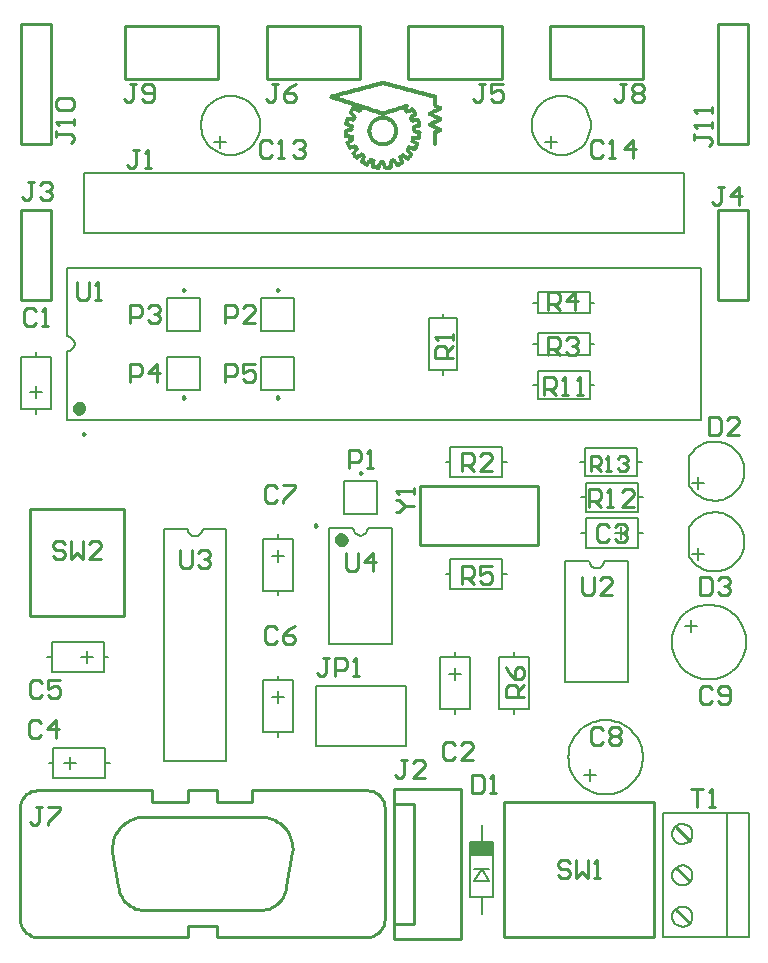
<source format=gto>
G04 CAMtasticDXP RS274-X Output*
G04 Serial Number: 0000-00-00000*
G04 File Name:C:\UA\SALbot\Gerber files\SALbot_test\sal.gto *
%FSLAX33Y33*%
%MOMM*%
%SFA1B1*%

%IPPOS*%
%ADD10C,0.253999*%
%ADD31C,0.200000*%
%ADD32C,0.250000*%
%ADD33C,0.599999*%
%ADD34R,1.929996X1.203998*%
%ADD35R,0.279399X0.025400*%
%ADD36R,0.253999X0.025400*%
%ADD37R,0.533399X0.025400*%
%ADD38R,0.355599X0.025400*%
%ADD39R,0.609599X0.025400*%
%ADD40R,0.558799X0.025400*%
%ADD41R,0.685799X0.025400*%
%ADD42R,0.660399X0.025400*%
%ADD43R,0.711199X0.025400*%
%ADD44R,0.761998X0.025400*%
%ADD45R,0.736599X0.025400*%
%ADD46R,0.787398X0.025400*%
%ADD47R,0.812798X0.025400*%
%ADD48R,0.076200X0.025400*%
%ADD49R,0.177800X0.025400*%
%ADD50R,0.304799X0.025400*%
%ADD51R,0.838198X0.025400*%
%ADD52R,0.152400X0.025400*%
%ADD53R,0.330199X0.025400*%
%ADD54R,0.457199X0.025400*%
%ADD55R,0.228600X0.025400*%
%ADD56R,0.431799X0.025400*%
%ADD57R,0.507999X0.025400*%
%ADD58R,0.584199X0.025400*%
%ADD59R,0.406399X0.025400*%
%ADD60R,0.482599X0.025400*%
%ADD61R,0.634999X0.025400*%
%ADD62R,0.863598X0.025400*%
%ADD63R,0.380999X0.025400*%
%ADD64R,0.888998X0.025400*%
%ADD65R,0.127000X0.025400*%
%ADD66R,1.092198X0.025400*%
%ADD67R,1.117598X0.025400*%
%ADD68R,1.142998X0.025400*%
%ADD69R,1.041398X0.025400*%
%ADD70R,1.066798X0.025400*%
%ADD71R,0.203200X0.025400*%
%ADD72R,0.050800X0.025400*%
%ADD73R,0.914398X0.025400*%
%ADD74R,0.939798X0.025400*%
%ADD75R,1.168398X0.025400*%
%ADD76R,1.244598X0.025400*%
%ADD77R,1.320797X0.025400*%
%ADD78R,1.422397X0.025400*%
%ADD79R,1.473197X0.025400*%
%ADD80R,1.523997X0.025400*%
%ADD81R,1.625597X0.025400*%
%ADD82R,1.574797X0.025400*%
%ADD83R,1.498597X0.025400*%
%ADD84R,1.371597X0.025400*%
%ADD85R,1.269997X0.025400*%
%ADD86R,1.193798X0.025400*%
%ADD87R,0.965198X0.025400*%
%ADD88R,0.101600X0.025400*%
%ADD89R,1.346197X0.025400*%
%ADD90R,1.650997X0.025400*%
%ADD91R,1.828796X0.025400*%
%ADD92R,0.990598X0.025400*%
%ADD93R,1.015998X0.025400*%
%ADD94R,1.879596X0.025400*%
%ADD95R,1.219198X0.025400*%
%ADD96R,2.336795X0.025400*%
%ADD97R,2.158996X0.025400*%
%ADD98R,1.930396X0.025400*%
%ADD99R,1.777996X0.025400*%
G54D10*
X501Y836D02*
X686Y651D01*
X901Y502*
X1138Y391*
X1390Y323*
X1651Y301*
X14351D01*
Y1251*
X16851*
Y301*
X29551*
X29811Y323D01*
X30064Y391*
X30301Y502*
X30515Y651*
X30700Y836*
X30850Y1051*
X30960Y1288*
X31028Y1540*
X31051Y1801*
Y11201D01*
X31028Y11461D01*
X30960Y11714*
X30850Y11951*
X30700Y12165*
X30515Y12350*
X30301Y12500*
X30064Y12610*
X29811Y12678*
X29551Y12701*
X19851D01*
Y11751*
X16851*
Y12701*
X14351*
Y11751*
X11351*
Y12701*
X1651*
X1390Y12678D01*
X1138Y12610*
X901Y12500*
X686Y12350*
X501Y12165*
X352Y11951*
X241Y11714*
X173Y11461*
X151Y11201*
Y1801D01*
X173Y1540D01*
X241Y1288*
X352Y1051*
X501Y836*
X9096Y3251D02*
X9282Y3076D01*
X9486Y2923*
X9706Y2794*
X9938Y2690*
X10182Y2613*
X10432Y2564*
X10686Y2543*
X10941Y2551*
X20261D01*
X20515Y2543D01*
X20769Y2564*
X21020Y2613*
X21263Y2690*
X21495Y2794*
X21715Y2923*
X21919Y3076*
X22105Y3251*
X22270Y3445*
X22412Y3657*
X22529Y3883*
X22620Y4121*
X22684Y4368*
X22721Y4621*
X23231Y7511*
X23241Y7761D01*
X23229Y8011*
X23193Y8259*
X23135Y8502*
X23054Y8739*
X22952Y8968*
X22830Y9186*
X22688Y9392*
X22527Y9584*
X22349Y9761*
X22156Y9920*
X21949Y10061*
X21730Y10182*
X21500Y10282*
X21263Y10360*
X21019Y10417*
X20771Y10451*
X10431D01*
X10182Y10417D01*
X9939Y10360*
X9701Y10282*
X9471Y10182*
X9252Y10061*
X9045Y9920*
X8852Y9761*
X8674Y9584*
X8514Y9392*
X8371Y9186*
X8249Y8968*
X8147Y8739*
X8066Y8502*
X8008Y8259*
X7972Y8011*
X7960Y7761*
X7971Y7511*
X8481Y4621D01*
X8517Y4368*
X8581Y4121*
X8672Y3883*
X8789Y3657*
X8931Y3445*
X9096Y3251*
X2524Y9751D02*
Y10004D01*
X3540Y11020*
Y11274*
X2524*
X2016D02*
X1508D01*
X1762*
Y10004*
X1508Y9751*
X1254*
X1001Y10004*
X1209Y17124D02*
X1717D01*
X1971Y17377*
X955D02*
X1209Y17124D01*
X955Y17377D02*
Y18393D01*
X1209Y18647*
X1717*
X1971Y18393*
X2479Y17885D02*
X3494D01*
X3240Y18647D02*
X2479Y17885D01*
X3240Y18647D02*
Y17124D01*
X3286Y20501D02*
X2778D01*
X2524Y20754*
X2016D02*
X1762Y20501D01*
X1254*
X1001Y20754*
Y21770*
X1254Y22024*
X1762*
X2016Y21770*
X2524Y22024D02*
Y21262D01*
X3032Y21516*
X3286*
X3540Y21262*
Y20754*
X3286Y20501*
X3540Y22024D02*
X2524D01*
X9001Y27501D02*
Y36501D01*
X1001*
Y27501*
X9001*
X13751Y31754D02*
X14004Y31501D01*
X14512*
X14766Y31754*
Y33024*
X15274Y32770D02*
X15528Y33024D01*
X16036*
X16290Y32770*
Y32516*
X16036Y32262*
X15782*
X16036*
X16290Y32008*
Y31754*
X16036Y31501*
X15528*
X15274Y31754*
X13751D02*
Y33024D01*
X7063Y33266D02*
Y33520D01*
X6809Y33774*
X6301*
X6048Y33520*
X5540Y33774D02*
Y32251D01*
X5032Y32758*
X4524Y32251*
Y33774*
X6048Y32251D02*
X7063Y33266D01*
Y32251D02*
X6048D01*
X4016Y32504D02*
X3762Y32251D01*
X3254*
X3001Y32504*
Y33266D02*
X3254Y33012D01*
X3762*
X4016Y32758*
Y32504*
Y33520D02*
X3762Y33774D01*
X3254*
X3001Y33520*
Y33266*
X17501Y47251D02*
Y48774D01*
X18262*
X18516Y48520*
Y48012*
X18262Y47758*
X17501*
X19024Y47504D02*
X19278Y47251D01*
X19786*
X20040Y47504*
Y48012*
X19786Y48266*
X19532*
X19024Y48012*
Y48774*
X20040*
Y52251D02*
X19024D01*
X20040Y53266*
Y53520*
X19786Y53774*
X19278*
X19024Y53520*
X18516D02*
Y53012D01*
X18262Y52758*
X17501*
Y52251D02*
Y53774D01*
X18262*
X18516Y53520*
X12040D02*
Y53266D01*
X11786Y53012*
X11532*
X11786*
X12040Y52758*
Y52504*
X11786Y52251*
X11278*
X11024Y52504*
X11786Y48774D02*
X11024Y48012D01*
X12040*
X11786Y47251D02*
Y48774D01*
X10516Y53012D02*
X10262Y52758D01*
X9501*
Y52251D02*
Y53774D01*
X10262*
X10516Y53520*
Y53012*
X10262Y48774D02*
X10516Y48520D01*
Y48012*
X10262Y47758*
X9501*
Y47251D02*
Y48774D01*
X10262*
X11024Y53520D02*
X11278Y53774D01*
X11786*
X12040Y53520*
X7032Y54251D02*
X6778D01*
Y55774*
X6524Y55520*
X6016Y55774D02*
Y54504D01*
X5762Y54251*
X5254*
X5001Y54504*
Y55774*
X6524Y54251D02*
X7032D01*
X2771Y54191D02*
Y61811D01*
X231*
Y54191*
X2771*
X2278Y53524D02*
X2024Y53270D01*
X1516D02*
X1262Y53524D01*
X754*
X501Y53270*
Y52254*
X754Y52001*
X1262*
X1516Y52254*
X2024Y52001D02*
X2532D01*
X2278*
Y53524*
X2143Y62707D02*
X1889Y62961D01*
X1127D02*
X873Y62707D01*
X619*
X365Y62961*
X873Y64231D02*
X1127D01*
Y62961*
X1381Y64231D02*
X873D01*
X2143Y62707D02*
X2651D01*
X2905Y62961*
Y63215*
X2651Y63469*
X2397*
X2651*
X2905Y63723*
Y63977*
X2651Y64231*
X2143*
X1889Y63977*
X4497Y67501D02*
X4751Y67754D01*
Y68008*
X4497Y68262*
X3227*
Y68008*
Y68516*
X3481Y69024D02*
X3227Y69278D01*
X4751*
Y69532*
Y69024*
X9251Y65654D02*
X9504Y65401D01*
X9758*
X10012Y65654*
Y66924*
X9758*
X10266*
X10774Y65401D02*
X11282D01*
X11028*
Y66924*
X10774Y66670*
X10778Y71001D02*
X11286D01*
X11540Y71254*
Y72270*
X11286Y72524*
X10778*
X10524Y72270*
Y72016*
X10778Y71762*
X11540*
X10778Y71001D02*
X10524Y71254D01*
X9762D02*
X9508Y71001D01*
X9254*
X9001Y71254*
X9762D02*
Y72524D01*
X9508*
X10016*
X9051Y72901D02*
Y77401D01*
X16951*
Y72901*
X9051*
X4497Y71309D02*
X4751Y71055D01*
Y70548*
X4497Y70294*
X3481*
X3227Y70548*
Y71055*
X3481Y71309*
X4497*
X2771Y67421D02*
Y77581D01*
X231*
Y67421*
X2771*
X20501Y67520D02*
Y66504D01*
X20754Y66251*
X21262*
X21516Y66504*
X22024Y66251D02*
X22532D01*
X22278*
Y67774*
X22024Y67520*
X21516D02*
X21262Y67774D01*
X20754*
X20501Y67520*
X23294D02*
X23548Y67774D01*
X24055*
X24309Y67520*
Y67266*
X24055Y67012*
X23801*
X24055*
X24309Y66758*
Y66504*
X24055Y66251*
X23548*
X23294Y66504*
X23540Y71254D02*
Y71508D01*
X23286Y71762*
X22524*
Y71254*
X22778Y71001*
X23286*
X23540Y71254*
X28951Y72901D02*
Y77401D01*
X21051*
Y72901*
X28951*
X33051D02*
Y77401D01*
X40951*
Y72901*
X33051*
X38501Y71254D02*
X38754Y71001D01*
X39008*
X39262Y71254*
Y72524*
X39008*
X39516*
X40024Y71762D02*
X40532Y72016D01*
X40786*
X41040Y71762*
Y71254*
X40786Y71001*
X40278*
X40024Y71254*
Y71762D02*
Y72524D01*
X41040*
X45051Y72901D02*
Y77401D01*
X52951*
Y72901*
X45051*
X48754Y67774D02*
X48501Y67520D01*
Y66504*
X48754Y66251*
X49262*
X49516Y66504*
X50024Y66251D02*
X50532D01*
X50278*
Y67774*
X50024Y67520*
X49516D02*
X49262Y67774D01*
X48754*
X52055D02*
X51294Y67012D01*
X52309*
X52055Y66251D02*
Y67774D01*
X52786Y71001D02*
X52278D01*
X52024Y71254*
Y71508*
X52278Y71762*
X52024Y72016*
Y72270*
X52278Y72524*
X52786*
X53040Y72270*
Y72016*
X52786Y71762*
X53040Y71508*
Y71254*
X52786Y71001*
Y71762D02*
X52278D01*
X51262Y71254D02*
X51008Y71001D01*
X50754*
X50501Y71254*
X51262D02*
Y72524D01*
X51008*
X51516*
X57227Y69028D02*
X57481Y68774D01*
X57227Y69028D02*
X58751D01*
Y69282*
Y68774*
X58497Y68012D02*
X58751Y67758D01*
Y67504*
X58497Y67251*
Y68012D02*
X57227D01*
Y67758*
Y68266*
X59258Y63774D02*
X59512D01*
Y62504*
X59258Y62251*
X59004*
X58751Y62504*
X59231Y61811D02*
X61771D01*
Y54191*
X59231*
Y61811*
X61036Y62251D02*
Y63774D01*
X60274Y63012*
X61290*
X59766Y63774D02*
X59258D01*
X59231Y67421D02*
Y77581D01*
X61771*
Y67421*
X59231*
X58751Y70044D02*
Y70551D01*
Y70298*
X57227*
X57481Y70044*
X45628Y54922D02*
X45882Y54668D01*
Y54160*
X45628Y53907*
X44867*
Y53399D02*
Y54922D01*
X45628*
X45374Y53907D02*
X45882Y53399D01*
X45628Y51099D02*
X45882Y50845D01*
Y50337*
X45628Y50083*
X44867*
X45374D02*
X45882Y49576D01*
X44867D02*
Y51099D01*
X45628*
X45288Y47676D02*
X45542Y47422D01*
Y46914*
X45288Y46660*
X44527*
Y46153D02*
Y47676D01*
X45288*
X45034Y46660D02*
X45542Y46153D01*
X48501Y41000D02*
X49125D01*
X49334Y40792*
Y40375*
X49125Y40167*
X48501*
Y39751D02*
Y41000D01*
X48917Y40167D02*
X49334Y39751D01*
X49750D02*
X50167D01*
X49958*
Y41000*
X49750Y40792*
X50791D02*
X51000Y41000D01*
X51416*
X51625Y40792*
Y40584*
X51416Y40375*
X51208*
X51416*
X51625Y40167*
Y39959*
X51416Y39751*
X51000*
X50791Y39959*
X51376Y38178D02*
X51122Y37924D01*
X51376Y38178D02*
X51883D01*
X52137Y37924*
Y37670*
X51122Y36655*
X52137*
X50360D02*
X50106D01*
Y38178*
X49852Y37924*
X49344D02*
Y37416D01*
X49090Y37162*
X48329*
X48836D02*
X49344Y36655D01*
X49852D02*
X50360D01*
X50524Y35020D02*
X50778Y35274D01*
X51286*
X51540Y35020*
Y34766*
X51286Y34512*
X51032*
X51286*
X51540Y34258*
Y34004*
X51286Y33751*
X50778*
X50524Y34004*
X50016D02*
X49762Y33751D01*
X49254*
X49001Y34004*
Y35020*
X49254Y35274*
X49762*
X50016Y35020*
X50036Y30774D02*
X49528D01*
X49274Y30520*
X50290D02*
X50036Y30774D01*
X50290Y30520D02*
Y30266D01*
X49274Y29251*
X50290*
X48766Y30774D02*
Y29504D01*
X48512Y29251*
X48004*
X47751Y29504*
Y30774*
X48329Y36655D02*
Y38178D01*
X49090*
X49344Y37924*
X57751Y30774D02*
Y29251D01*
X58512*
X58766Y29504*
Y30520*
X58512Y30774*
X57751*
X59274Y30520D02*
X59528Y30774D01*
X60036*
X60290Y30520*
Y30266*
X60036Y30012*
X59782*
X60036*
X60290Y29758*
Y29504*
X60036Y29251*
X59528*
X59274Y29504*
X58766Y21270D02*
X58512Y21524D01*
X58004*
X57751Y21270*
Y20254*
X58004Y20001*
X58512*
X58766Y20254*
X59274D02*
X59528Y20001D01*
X60036*
X60290Y20254*
Y21270*
X60036Y21524*
X59528*
X59274Y21270*
Y21016*
X59528Y20762*
X60290*
X58778Y12774D02*
X58524Y12520D01*
X58778Y12774D02*
Y11251D01*
X59032*
X58524*
X57508D02*
Y12774D01*
X58016*
X57001*
X55711Y9565D02*
X56854Y8422D01*
X55711Y6136D02*
X56854Y4993D01*
X55711Y2580D02*
X56854Y1437D01*
X53851Y286D02*
Y11716D01*
X41151*
Y286*
X53851*
X49305Y5251D02*
X49051D01*
Y6774*
X48798Y6520*
X48290Y6774D02*
Y5251D01*
X47782Y5758*
X47274Y5251*
Y6774*
X46766Y6520D02*
X46512Y6774D01*
X46004*
X45751Y6520*
Y6266*
X46004Y6012*
X46512*
X46766Y5758*
Y5504*
X46512Y5251*
X46004*
X45751Y5504*
X48798Y5251D02*
X49305D01*
X49262Y16501D02*
X49516Y16754D01*
X50024D02*
Y17008D01*
X50278Y17262*
X50024Y17516*
Y17770*
X50278Y18024*
X50786*
X51040Y17770*
Y17516*
X50786Y17262*
X51040Y17008*
Y16754*
X50786Y16501*
X50278*
X50024Y16754*
X50278Y17262D02*
X50786D01*
X49262Y16501D02*
X48754D01*
X48501Y16754*
Y17770*
X48754Y18024*
X49262*
X49516Y17770*
X42847Y21594D02*
X42339Y21086D01*
Y21340D02*
Y20579D01*
X41323D02*
Y21340D01*
X41577Y21594*
X42085*
X42339Y21340*
X42593Y22102D02*
X42847Y22356D01*
Y22864*
X42593Y23118*
X42339*
X42085Y22864*
Y22102*
X42593*
X42085D02*
X41577Y22610D01*
X41323Y23118*
Y20579D02*
X42847D01*
X40217Y13989D02*
X39963Y13736D01*
X40217Y13989D02*
Y12466D01*
X40471*
X39963*
X38540Y15251D02*
X37524D01*
X38540Y16266*
Y16520*
X38286Y16774*
X37778*
X37524Y16520*
X37016D02*
X36762Y16774D01*
X36254*
X36001Y16520*
Y15504*
X36254Y15251*
X36762*
X37016Y15504*
X38440Y13989D02*
Y12466D01*
X39202*
X39456Y12720*
Y13736*
X39202Y13989*
X38440*
X37541Y12851D02*
X31821D01*
Y151*
X37541*
Y12851*
X34477Y14752D02*
Y15006D01*
X34223Y15259*
X33715*
X33461Y15006*
X34477Y14752D02*
X33461Y13736D01*
X34477*
X33501Y11581D02*
X31821D01*
X32191Y13736D02*
X31938Y13990D01*
X32191Y13736D02*
X32445D01*
X32699Y13990*
Y15259*
X32445*
X32953*
X33501Y11581D02*
Y1421D01*
X31821*
X28889Y22395D02*
X28635D01*
Y23918*
X28382Y23664*
X27874D02*
Y23156D01*
X27620Y22902*
X26858*
Y22395D02*
Y23918D01*
X27620*
X27874Y23664*
X28382Y22395D02*
X28889D01*
X26096Y22648D02*
X25842Y22395D01*
X25588*
X25335Y22648*
X26096D02*
Y23918D01*
X25842*
X26350*
X23181Y25056D02*
X23435Y25310D01*
Y25563*
X23181Y25817*
X22419*
Y25310*
X22673Y25056*
X23181*
X21657D02*
X21911Y25310D01*
X21657Y25056D02*
X21150D01*
X20896Y25310*
Y26325*
X21150Y26579*
X21657*
X21911Y26325*
X22927D02*
X22419Y25817D01*
X22927Y26325D02*
X23435Y26579D01*
X27751Y31504D02*
X28004Y31251D01*
X28512*
X28766Y31504*
Y32774*
X27751D02*
Y31504D01*
X29274Y32012D02*
X30290D01*
X30036Y31251D02*
Y32774D01*
X29274Y32012*
X31977Y36251D02*
X32231D01*
X32739Y36758*
X32231Y37266*
X31977*
Y38028D02*
X32231Y37774D01*
X31977Y38028D02*
X33501D01*
Y38282*
Y37774*
X34001Y38501D02*
X44001D01*
Y33501*
X34001*
Y38501*
X33501Y36758D02*
X32739D01*
X30032Y40001D02*
X29778D01*
Y41524*
X29524Y41270*
X29016D02*
Y40762D01*
X28762Y40508*
X28001*
Y41524D02*
X28762D01*
X29016Y41270*
X28001Y41524D02*
Y40001D01*
X29524D02*
X30032D01*
X37579Y31678D02*
X38340D01*
X38594Y31424*
Y30916*
X38340Y30662*
X37579*
X38086D02*
X38594Y30155D01*
X39356D02*
X39102Y30409D01*
X39356Y30155D02*
X39864D01*
X40118Y30409*
Y30916*
X39864Y31170*
X39610*
X39102Y30916*
Y31678*
X40118*
X37579D02*
Y30155D01*
X40148Y39765D02*
X39132D01*
X40148Y40780*
Y41034*
X39894Y41288*
X39386*
X39132Y41034*
X38624D02*
Y40526D01*
X38370Y40272*
X37609*
X38116D02*
X38624Y39765D01*
X37609D02*
Y41288D01*
X38370*
X38624Y41034*
X36848Y49277D02*
X35325D01*
Y50038*
X35579Y50292*
X36087*
X36341Y50038*
Y49277*
Y49784D02*
X36848Y50292D01*
Y50800D02*
Y51308D01*
Y51054*
X35325*
X35579Y50800*
X46050Y46153D02*
X46558D01*
X46304*
Y47676*
X46050Y47422*
X47320D02*
X47574Y47676D01*
Y46153*
X47827*
X47320*
X47152Y49576D02*
X46644D01*
X46390Y49829*
X47406D02*
X47152Y49576D01*
X47406Y49829D02*
Y50083D01*
X47152Y50337*
X46898*
X47152*
X47406Y50591*
Y50845*
X47152Y51099*
X46644*
X46390Y50845*
X47152Y53399D02*
Y54922D01*
X46390Y54160*
X47406*
X58501Y44274D02*
Y42751D01*
X59262*
X59516Y43004*
Y44020*
X59262Y44274*
X58501*
X60024Y42751D02*
X61040Y43766D01*
Y44020*
X60786Y44274*
X60278*
X60024Y44020*
Y42751D02*
X61040D01*
X23540Y72524D02*
X23032Y72270D01*
X22524Y71762*
X21762Y71254D02*
X21508Y71001D01*
X21254*
X21001Y71254*
X21762D02*
Y72524D01*
X21508*
X22016*
X21911Y38325D02*
X21657Y38579D01*
X21150*
X20896Y38325*
Y37310*
X21150Y37056*
X21657*
X21911Y37310*
X22419D02*
Y37056D01*
Y37310D02*
X23435Y38325D01*
Y38579*
X22419*
G54D31*
X3001Y13731D02*
X7401D01*
Y16271*
X3001*
Y13731*
X4429Y14493D02*
Y15509D01*
X4937Y15001D02*
X3921D01*
X3001D02*
X2601D01*
X7401D02*
X7801D01*
X12351Y15151D02*
Y34851D01*
X14366*
X14414Y34608D01*
X14552Y34402*
X14758Y34264*
X15001Y34216*
X15244Y34264*
X15450Y34402*
X15587Y34608*
X15636Y34851*
X17651D01*
Y15151*
X12351*
X7651Y24001D02*
X7251D01*
X6331D02*
X5315D01*
X5823Y23493D02*
Y24509D01*
X7251Y25271D02*
Y22731D01*
X2851*
Y25271*
X7251*
X2851Y24001D02*
X2451D01*
X20731Y17601D02*
Y22001D01*
X23271*
Y17601*
X20731*
X22001D02*
Y17201D01*
X25191Y16461D02*
Y21541D01*
X32811*
Y16461*
X25191*
X22001Y20065D02*
Y21081D01*
Y22001D02*
Y22401D01*
X21493Y20573D02*
X22509D01*
X26351Y25101D02*
Y34901D01*
X28366*
X28414Y34658D01*
X28552Y34452*
X28758Y34314*
X29001Y34266*
X29244Y34314*
X29450Y34452*
X29587Y34658*
X29636Y34901*
X31651D01*
Y25101*
X26351*
X23271Y29601D02*
Y34001D01*
X20731*
Y29601*
X23271*
X22001D02*
Y29201D01*
Y32065D02*
Y33081D01*
X21493Y32573D02*
X22509D01*
X22001Y34001D02*
Y34401D01*
X27601Y36101D02*
X30401D01*
Y38901*
X27601*
Y36101*
X36201Y31001D02*
X36601D01*
Y32251*
X41001*
Y29751*
X36601*
Y31001*
X41001D02*
X41401D01*
X37001Y24401D02*
Y24001D01*
Y23081D02*
Y22065D01*
X36493Y22573D02*
X37509D01*
X38271Y24001D02*
Y19601D01*
X35731*
Y24001*
X38271*
X37001Y19601D02*
Y19201D01*
X40751Y19601D02*
X42001D01*
X43251*
Y24001*
X40751*
Y19601*
X42001D02*
Y19201D01*
Y24001D02*
Y24401D01*
X47568Y17772D02*
X47393Y17589D01*
X47232Y17393*
X47088Y17184*
X46961Y16964*
X46853Y16735*
X46763Y16498*
X46692Y16254*
X46641Y16006*
X46611Y15754*
X46601Y15501*
X46611Y15247*
X46641Y14995*
X46692Y14747*
X46763Y14503*
X46853Y14266*
X46961Y14037*
X47088Y13817*
X47232Y13608*
X47393Y13412*
X47568Y13229*
X47758Y13061*
X47961Y12908*
X48176Y12773*
X48400Y12655*
X48634Y12555*
X48874Y12475*
X49120Y12414*
X49371Y12374*
X49624Y12353*
X49877*
X50130Y12374*
X50381Y12414*
X50627Y12475*
X50868Y12555*
X51101Y12655*
X51326Y12773*
X51540Y12908*
X51743Y13061*
X51933Y13229*
X52108Y13412*
X52269Y13608*
X52413Y13817*
X52540Y14037*
X52648Y14266*
X52738Y14503*
X52809Y14747*
X52860Y14995*
X52890Y15247*
X52901Y15501*
X52890Y15754*
X52860Y16006*
X52809Y16254*
X52738Y16498*
X52648Y16735*
X52540Y16964*
X52413Y17184*
X52269Y17393*
X52108Y17589*
X51933Y17772*
X51743Y17941*
X51540Y18093*
X51326Y18229*
X51101Y18346*
X50868Y18446*
X50627Y18526*
X50381Y18587*
X50130Y18628*
X49877Y18648*
X49624*
X49371Y18628*
X49120Y18587*
X48874Y18526*
X48634Y18446*
X48400Y18346*
X48176Y18229*
X47961Y18093*
X47758Y17941*
X47568Y17772*
X48404Y14485D02*
Y13469D01*
X47896Y13977D02*
X48912D01*
X55627Y6079D02*
X55485Y5869D01*
X55410Y5627*
Y5374*
X55485Y5132*
X55627Y4922*
X55826Y4764*
X56061Y4672*
X56314Y4653*
X56561Y4709*
X56781Y4836*
X56953Y5022*
X57063Y5250*
X57101Y5501*
X57063Y5751*
X56953Y5979*
X56781Y6165*
X56561Y6292*
X56314Y6348*
X56061Y6329*
X55826Y6237*
X55627Y6079*
Y2579D02*
X55485Y2369D01*
X55410Y2127*
Y1874*
X55485Y1632*
X55627Y1422*
X55826Y1264*
X56061Y1172*
X56314Y1153*
X56561Y1209*
X56781Y1336*
X56953Y1522*
X57063Y1750*
X57101Y2001*
X57063Y2251*
X56953Y2479*
X56781Y2665*
X56561Y2792*
X56314Y2848*
X56061Y2829*
X55826Y2737*
X55627Y2579*
X54651Y251D02*
X61851D01*
Y10751*
X54651*
Y251*
X60001D02*
Y10751D01*
X56781Y9665D02*
X56561Y9792D01*
X56314Y9848*
X56061Y9829*
X55826Y9737*
X55627Y9579*
X55485Y9369*
X55410Y9127*
Y8874*
X55485Y8632*
X55627Y8422*
X55826Y8264*
X56061Y8172*
X56314Y8153*
X56561Y8209*
X56781Y8336*
X56953Y8522*
X57063Y8750*
X57101Y9001*
X57063Y9251*
X56953Y9479*
X56781Y9665*
X59131Y22164D02*
X59377Y22225D01*
X59618Y22305*
X59851Y22405*
X60076Y22523*
X60290Y22658*
X60493Y22811*
X60683Y22979*
X60858Y23162*
X61019Y23358*
X61163Y23567*
X61290Y23787*
X61398Y24016*
X61488Y24253*
X61559Y24497*
X61610Y24745*
X61640Y24997*
X61651Y25251*
X61640Y25504*
X61610Y25756*
X61559Y26004*
X61488Y26248*
X61398Y26485*
X61290Y26714*
X61163Y26934*
X61019Y27143*
X60858Y27339*
X60683Y27522*
X60493Y27691*
X60290Y27843*
X60076Y27979*
X59851Y28096*
X59618Y28196*
X59377Y28276*
X59131Y28337*
X58880Y28378*
X58627Y28398*
X58374*
X58121Y28378*
X57870Y28337*
X57624Y28276*
X57384Y28196*
X57150Y28096*
X56926Y27979*
X56711Y27843*
X56508Y27691*
X56318Y27522*
X56143Y27339*
X55982Y27143*
X55838Y26934*
X55711Y26714*
X55603Y26485*
X55513Y26248*
X55442Y26004*
X55391Y25756*
X55361Y25504*
X55351Y25251*
X55361Y24997*
X55391Y24745*
X55442Y24497*
X55513Y24253*
X55603Y24016*
X55711Y23787*
X55838Y23567*
X55982Y23358*
X56143Y23162*
X56318Y22979*
X56508Y22811*
X56711Y22658*
X56926Y22523*
X57150Y22405*
X57384Y22305*
X57624Y22225*
X57870Y22164*
X58121Y22124*
X58374Y22103*
X58627*
X58880Y22124*
X59131Y22164*
X56977Y26090D02*
Y27106D01*
X56469Y26598D02*
X57485D01*
X59151Y31235D02*
X59402Y31263D01*
X59648Y31316*
X59887Y31393*
X60118Y31494*
X60337Y31618*
X60542Y31763*
X60732Y31928*
X60905Y32111*
X61058Y32310*
X61190Y32524*
X61300Y32751*
X61387Y32987*
X61450Y33230*
X61488Y33479*
X61501Y33731*
X61488Y33982*
X61450Y34231*
X61387Y34474*
X61300Y34710*
X61190Y34937*
X61058Y35151*
X60905Y35350*
X60732Y35534*
X60542Y35699*
X60337Y35844*
X60118Y35967*
X59887Y36068*
X59648Y36145*
X59402Y36198*
X59152Y36226*
X58900Y36229*
X58649Y36206*
X58402Y36158*
X58161Y36085*
X57929Y35989*
X57707Y35870*
X57499Y35729*
X57305Y35568*
X57129Y35388*
X56972Y35192*
X56835Y34981*
X56842Y35001D02*
Y32461D01*
X56835Y32481D02*
X56972Y32269D01*
X57129Y32073*
X57305Y31893*
X57499Y31732*
X57707Y31591*
X57929Y31472*
X58161Y31376*
X58402Y31303*
X58649Y31255*
X58900Y31233*
X59151Y31235*
X57604Y32207D02*
Y33223D01*
X57096Y32715D02*
X58112D01*
X52901Y34501D02*
X52501D01*
Y35771D02*
Y33231D01*
X48101*
Y35771*
X52501*
Y36301D02*
Y38701D01*
X48101*
Y37501*
Y36301*
X52501*
X57305Y37893D02*
X57499Y37732D01*
X57707Y37591*
X57929Y37472*
X58161Y37376*
X58402Y37303*
X58649Y37255*
X58900Y37233*
X59151Y37235*
X59402Y37263*
X59648Y37316*
X59887Y37393*
X60118Y37494*
X60337Y37618*
X60542Y37763*
X60732Y37928*
X60905Y38111*
X61058Y38310*
X61190Y38524*
X61300Y38751*
X61387Y38987*
X61450Y39230*
X61488Y39479*
X61501Y39731*
X61488Y39982*
X61450Y40231*
X61387Y40474*
X61300Y40710*
X61190Y40937*
X61058Y41151*
X60905Y41350*
X60732Y41534*
X60542Y41698*
X60337Y41844*
X60118Y41967*
X59887Y42068*
X59648Y42145*
X59402Y42198*
X59152Y42226*
X58900Y42229*
X58649Y42206*
X58402Y42158*
X58161Y42085*
X57929Y41989*
X57707Y41870*
X57499Y41729*
X57305Y41568*
X57129Y41388*
X56972Y41192*
X56835Y40981*
X56842Y41001D02*
Y38461D01*
X56835Y38481D02*
X56972Y38269D01*
X57129Y38073*
X57305Y37893*
X57604Y38207D02*
Y39223D01*
X57096Y38715D02*
X58112D01*
X52801Y40501D02*
X52401D01*
Y41701*
X48001*
Y39301*
X52401*
Y40501*
X52501Y37501D02*
X52901D01*
X51073Y35009D02*
Y33993D01*
X50565Y34501D02*
X51581D01*
X51651Y32151D02*
X49636D01*
X49587Y31908D01*
X49450Y31702*
X49244Y31564*
X49001Y31516*
X48758Y31564*
X48552Y31702*
X48414Y31908*
X48366Y32151*
X46351D01*
Y21851*
X51651*
Y32151*
X48101Y34501D02*
X47701D01*
Y37501D02*
X48101D01*
X48001Y40501D02*
X47601D01*
X48401Y45801D02*
Y48201D01*
X44001*
Y47001*
X43601*
X44001D02*
Y45801D01*
X48401*
Y47001D02*
X48801D01*
X48401Y49576D02*
Y51426D01*
X44001*
Y50501*
Y49576*
X48401*
Y50501D02*
X48801D01*
X48401Y53076D02*
Y54926D01*
X44001*
Y54001*
Y53076*
X48401*
Y54001D02*
X48801D01*
X44001D02*
X43601D01*
Y50501D02*
X44001D01*
X37201Y52651D02*
Y48251D01*
X36001*
Y47851*
Y48251D02*
X34801D01*
Y52651*
X37201*
X36001D02*
Y53051D01*
X36201Y40501D02*
X36601D01*
Y41751*
X41001*
Y39251*
X36601*
Y40501*
X41001D02*
X41401D01*
X57851Y44051D02*
Y56951D01*
X4151*
Y51136*
X4394Y51087D01*
X4600Y50950*
X4737Y50744*
X4786Y50501*
X4737Y50258*
X4600Y50052*
X4394Y49914*
X4151Y49866*
Y44051D01*
X57851*
X56401Y59861D02*
Y64941D01*
X5601*
Y59861*
X56401*
X48488Y69253D02*
X48449Y69504D01*
X48386Y69749*
X48298Y69986*
X48186Y70214*
X48052Y70429*
X47897Y70629*
X47723Y70813*
X47531Y70977*
X47323Y71122*
X47102Y71245*
X46869Y71345*
X46627Y71421*
X46379Y71472*
X46127Y71497*
X45874*
X45622Y71472*
X45374Y71421*
X45132Y71345*
X44900Y71245*
X44678Y71122*
X44470Y70977*
X44278Y70813*
X44104Y70629*
X43949Y70429*
X43815Y70214*
X43703Y69986*
X43615Y69749*
X43552Y69504*
X43513Y69253*
X43501Y69001*
X43513Y68748*
X43552Y68497*
X43615Y68252*
X43703Y68015*
X43815Y67787*
X43949Y67572*
X44104Y67372*
X44278Y67189*
X44470Y67024*
X44678Y66879*
X44900Y66756*
X45132Y66656*
X45374Y66580*
X45622Y66529*
X45874Y66504*
X46127*
X46379Y66529*
X46627Y66580*
X46869Y66656*
X47102Y66756*
X47323Y66879*
X47531Y67024*
X47723Y67189*
X47897Y67372*
X48052Y67572*
X48186Y67787*
X48298Y68015*
X48386Y68252*
X48449Y68497*
X48488Y68748*
X48501Y69001*
X48488Y69253*
X45120Y68112D02*
Y67096D01*
X44612Y67604D02*
X45628D01*
X20488Y69253D02*
X20449Y69504D01*
X20386Y69749*
X20298Y69986*
X20186Y70214*
X20052Y70429*
X19897Y70629*
X19723Y70813*
X19531Y70977*
X19323Y71122*
X19102Y71245*
X18869Y71345*
X18627Y71421*
X18379Y71472*
X18127Y71497*
X17874*
X17622Y71472*
X17374Y71421*
X17132Y71345*
X16900Y71245*
X16678Y71122*
X16470Y70977*
X16278Y70813*
X16104Y70629*
X15949Y70429*
X15815Y70214*
X15703Y69986*
X15615Y69749*
X15552Y69504*
X15513Y69253*
X15501Y69001*
X15513Y68748*
X15552Y68497*
X15615Y68252*
X15703Y68015*
X15815Y67787*
X15949Y67572*
X16104Y67372*
X16278Y67189*
X16470Y67024*
X16678Y66879*
X16900Y66756*
X17132Y66656*
X17374Y66580*
X17622Y66529*
X17874Y66504*
X18127*
X18379Y66529*
X18627Y66580*
X18869Y66656*
X19102Y66756*
X19323Y66879*
X19531Y67024*
X19723Y67189*
X19897Y67372*
X20052Y67572*
X20186Y67787*
X20298Y68015*
X20386Y68252*
X20449Y68497*
X20488Y68748*
X20501Y69001*
X20488Y69253*
X17120Y68112D02*
Y67096D01*
X17628Y67604D02*
X16612D01*
X12601Y54401D02*
X15401D01*
Y51601*
X12601*
Y54401D01*
Y49401D02*
X15401D01*
Y46601*
X12601*
Y49401D01*
X20601Y46601D02*
Y49401D01*
X23401*
Y46601*
X20601*
Y51601D02*
Y54401D01*
X23401*
Y51601*
X20601*
X2771Y49401D02*
X231D01*
Y45001*
X2771*
Y49401*
X1501D02*
Y49801D01*
Y46937D02*
Y45921D01*
Y45001D02*
Y44601D01*
X993Y46429D02*
X2009D01*
X39251Y9801D02*
Y8301D01*
X38286D02*
X40216D01*
Y3701*
X38286*
Y8301*
X38616Y6081D02*
X39886D01*
Y5065D02*
X38616D01*
X39251Y6081*
X39886Y5065*
X39251Y3701D02*
Y2201D01*
G54D32*
X5508Y42772D02*
X5696Y42881D01*
X5508Y42989*
Y42772*
X13938Y45842D02*
X14126Y45951D01*
X13938Y46059*
Y45842*
X21938D02*
X22126Y45951D01*
X21938Y46059*
Y45842*
X28938Y39659D02*
Y39442D01*
X29126Y39551*
X28938Y39659*
X25316Y35111D02*
X25128Y35219D01*
Y35002*
X25316Y35111*
X22126Y55051D02*
X21938Y55159D01*
Y54942*
X22126Y55051*
X14126D02*
X13938Y55159D01*
Y54942*
X14126Y55051*
G54D33*
X4880Y44920D02*
X5084Y44758D01*
X5338Y44816*
X5451Y45051*
X5338Y45285*
X5084Y45343*
X4880Y45181*
Y44920*
X27080Y33770D02*
X27284Y33608D01*
X27538Y33666*
X27651Y33901*
X27538Y34135*
X27284Y34193*
X27080Y34031*
Y33770*
G54D34*
X39251Y7705D03*
G54D35*
X30073Y65592D03*
Y65618D03*
Y65643D03*
Y65668D03*
Y65694D03*
Y65719D03*
Y65745D03*
Y65770D03*
Y65795D03*
Y65821D03*
X30785Y65973D03*
X31216Y65237D03*
X33985Y68081D03*
Y68107D03*
Y68132D03*
Y68158D03*
Y68183D03*
Y68208D03*
Y68234D03*
X33934Y69148D03*
X35331Y68259D03*
Y68234D03*
Y68208D03*
Y68183D03*
Y68158D03*
Y68132D03*
Y68107D03*
Y68081D03*
Y68056D03*
Y68031D03*
Y68005D03*
Y67980D03*
Y67954D03*
Y67929D03*
Y67904D03*
Y67878D03*
Y67853D03*
Y67827D03*
Y67802D03*
Y67777D03*
Y67751D03*
Y67726D03*
Y67700D03*
Y67675D03*
Y67650D03*
Y67624D03*
Y67599D03*
Y67573D03*
Y67548D03*
Y67523D03*
Y67497D03*
Y67472D03*
Y67446D03*
Y67421D03*
Y67396D03*
Y67370D03*
Y67345D03*
Y67319D03*
Y70723D03*
Y70748D03*
Y70774D03*
Y70799D03*
Y70825D03*
Y70850D03*
Y70875D03*
Y70901D03*
Y70926D03*
Y70952D03*
Y70977D03*
Y71002D03*
Y71028D03*
Y71053D03*
Y71079D03*
Y71104D03*
Y71129D03*
Y71155D03*
Y71180D03*
Y71206D03*
Y71231D03*
Y71256D03*
X33375Y70418D03*
X32969Y70037D03*
X31978Y68716D03*
X32004Y68589D03*
X32563Y66507D03*
X31775Y66100D03*
X28854Y70113D03*
X29794Y68767D03*
X29769Y68640D03*
Y68335D03*
Y68310D03*
Y68285D03*
X27737D03*
Y68259D03*
Y68234D03*
Y68208D03*
Y68183D03*
Y68310D03*
Y68335D03*
Y68361D03*
X29108Y66557D03*
X29515Y65567D03*
G54D36*
X30467Y65237D03*
X32144Y65491D03*
X32982Y66049D03*
X28435Y70520D03*
X28511Y67294D03*
X28689Y66151D03*
G54D37*
X31293Y65262D03*
X31724Y65999D03*
X33883Y68310D03*
X33858Y68970D03*
X33629Y68767D03*
X35026Y69072D03*
X35611Y68615D03*
Y68539D03*
Y69428D03*
Y69529D03*
Y70342D03*
X35458Y70571D03*
X35001Y69986D03*
Y69910D03*
X31521Y69377D03*
X30226D03*
X30251Y67573D03*
X31496D03*
X32944Y66176D03*
X28499Y70418D03*
X27889Y69072D03*
X28016Y67548D03*
X28041Y67573D03*
X28727Y66253D03*
X29083Y66481D03*
G54D38*
X30112Y65567D03*
X30442Y65262D03*
X31534Y65541D03*
X32169D03*
X31966Y65795D03*
X32474Y65846D03*
X33261Y66456D03*
Y66507D03*
X33236Y66532D03*
Y66557D03*
X33160Y66659D03*
X33134Y66684D03*
X33769Y67345D03*
X33439Y67675D03*
X33541Y68691D03*
X33312Y69605D03*
X33617Y69936D03*
Y69961D03*
Y69986D03*
Y70012D03*
X33591Y70037D03*
Y70063D03*
X33566Y70088D03*
X33541Y70113D03*
X35293Y71282D03*
X32982Y70063D03*
X31788Y69148D03*
X31763Y69174D03*
X31813Y69097D03*
X31839Y69072D03*
X31864Y69021D03*
X31890Y67980D03*
X31839Y67904D03*
X31813Y67853D03*
X31788Y67827D03*
X30010Y67777D03*
X29985Y67802D03*
X29959Y67827D03*
X29934Y67878D03*
X29908Y67929D03*
Y69047D03*
X29934Y69097D03*
X29959Y69123D03*
X29985Y69174D03*
X32575Y66481D03*
X33109Y66735D03*
X33083Y66761D03*
X33058Y66786D03*
X33033Y66811D03*
X33007Y66862D03*
Y66888D03*
X28486Y69682D03*
X28181Y70037D03*
Y70063D03*
X28207Y70113D03*
X28232Y70164D03*
X28257Y70190D03*
X28283Y70215D03*
X28842Y70139D03*
X28232Y68793D03*
Y68742D03*
X27826Y69148D03*
X27927Y67446D03*
X28664Y66913D03*
X28410Y66608D03*
Y66557D03*
X28435Y66507D03*
X29858Y68005D03*
G54D39*
X29934Y65973D03*
Y65999D03*
X31280Y65287D03*
X33820Y68056D03*
X33845Y68335D03*
X33668Y68793D03*
X33820Y68945D03*
X35090Y68920D03*
Y69123D03*
X35547Y68666D03*
Y68462D03*
X35522Y68437D03*
X35496Y68412D03*
X35573Y68488D03*
X35547Y69377D03*
Y69580D03*
X35522Y69605D03*
X35192Y69783D03*
X35090Y69834D03*
X35039Y70012D03*
X35547Y70291D03*
Y70494D03*
X35522Y70520D03*
X35166Y71358D03*
X31407Y69428D03*
Y67523D03*
X32931Y66202D03*
X29070Y66456D03*
X28740Y66278D03*
X27953Y69021D03*
X29451Y65694D03*
G54D40*
X30366Y65287D03*
X30823Y65872D03*
X33490Y66913D03*
X35471Y68386D03*
X35598Y68513D03*
X35014Y68970D03*
X35598Y70444D03*
X35192Y71333D03*
X32779Y70621D03*
X33033Y70113D03*
X31483Y69402D03*
X30899Y69885D03*
X31458Y67548D03*
X30289D03*
X29934Y66024D03*
X28130Y67624D03*
X28156Y67650D03*
X28080Y67599D03*
X28105Y68666D03*
Y68894D03*
X29451Y65668D03*
G54D41*
X30810Y65694D03*
X31293Y65313D03*
X31750Y65872D03*
X32232Y65668D03*
X33629Y67777D03*
X33807Y68361D03*
X33756Y68437D03*
Y68894D03*
X35179Y69174D03*
X35230Y69199D03*
X35280Y69224D03*
X32715Y70596D03*
X27940Y68488D03*
X28092Y67904D03*
X29057Y66430D03*
X29438Y65719D03*
X29896Y65922D03*
G54D42*
X30340Y65313D03*
X31737Y65897D03*
X32220Y65643D03*
X33693Y68513D03*
Y68818D03*
X33795Y68920D03*
X35268Y68818D03*
X35319Y68793D03*
X35471Y68716D03*
Y69326D03*
X35369Y69275D03*
X35319Y69250D03*
Y70164D03*
X35268Y70139D03*
X35217Y70113D03*
X35166Y70088D03*
X35115Y70063D03*
X35369Y70190D03*
X35420Y70215D03*
X35471Y70240D03*
X35496Y70266D03*
X32931Y66227D03*
X32575Y66380D03*
X30874Y67243D03*
X26733Y71358D03*
X27927Y68132D03*
G54D43*
X30315Y65338D03*
X31305D03*
X31763Y65846D03*
X33795Y68386D03*
X33769Y68412D03*
X33744Y68462D03*
X33718Y68488D03*
Y68843D03*
X33744Y68869D03*
X30874Y69707D03*
X32575Y66354D03*
X28029Y68615D03*
X29883Y65897D03*
G54D44*
X30315Y65389D03*
X31305Y65364D03*
X33668Y67827D03*
X33744Y68031D03*
X30874Y69910D03*
X26784Y71333D03*
X28003Y68564D03*
X29426Y65745D03*
G54D45*
X30302Y65364D03*
X32232Y65694D03*
X33655Y67802D03*
X33528Y69529D03*
X35103Y71383D03*
X32690Y70571D03*
X26771Y71383D03*
X28016Y68589D03*
X27991Y68539D03*
X27965Y68513D03*
Y68107D03*
X28067Y67929D03*
X29870Y65872D03*
G54D46*
X30302Y65414D03*
Y65440D03*
X31318Y65389D03*
X32232Y65719D03*
X33680Y67853D03*
X33731Y68005D03*
X33680Y69250D03*
X33655Y69275D03*
X33553Y69504D03*
X26797Y71409D03*
X27991Y68081D03*
X28041Y67954D03*
G54D47*
X30315Y65465D03*
Y65491D03*
X31305D03*
Y65465D03*
Y65440D03*
Y65414D03*
X33693Y67878D03*
Y67904D03*
X33718Y67954D03*
Y67980D03*
X33642Y69301D03*
Y69326D03*
X33617Y69377D03*
X33591Y69453D03*
X33566Y69478D03*
X32652Y70545D03*
X30874Y67269D03*
X28105Y69377D03*
X28130Y69402D03*
X28003Y68056D03*
Y68031D03*
X28029Y67980D03*
X29426Y65770D03*
G54D48*
X32131Y65440D03*
X33121Y67243D03*
X32944Y69986D03*
X32918Y70748D03*
X28880Y70063D03*
X28549Y67319D03*
G54D49*
X32131Y65465D03*
X35331Y67269D03*
X32563Y66532D03*
X28422Y70545D03*
X28118Y66938D03*
X28676Y66126D03*
G54D50*
X30086Y65846D03*
X30620Y65668D03*
Y65643D03*
X30594Y65618D03*
Y65592D03*
Y65567D03*
X31026D03*
Y65541D03*
X31001Y65618D03*
Y65643D03*
Y65668D03*
X31559D03*
Y65643D03*
Y65618D03*
Y65592D03*
Y65567D03*
Y65694D03*
Y65719D03*
Y65745D03*
Y65770D03*
Y65795D03*
X32144Y65516D03*
X32499Y65872D03*
X32474Y65922D03*
Y65973D03*
X32448Y65999D03*
X33414Y67726D03*
Y67751D03*
X33515Y68615D03*
Y68640D03*
Y68666D03*
X33947Y69047D03*
Y69072D03*
Y69097D03*
Y69123D03*
X33922Y69174D03*
Y69199D03*
Y69224D03*
X35344Y68285D03*
Y70698D03*
X30899Y72679D03*
X30874Y69834D03*
X32804Y70317D03*
Y70342D03*
X32880Y70698D03*
X31915Y68920D03*
X31940Y68869D03*
Y68843D03*
X31966Y68818D03*
Y68793D03*
Y68767D03*
Y68742D03*
X31991Y68666D03*
Y68640D03*
Y68615D03*
X32017Y68539D03*
Y68513D03*
Y68488D03*
Y68462D03*
X31991Y68412D03*
Y68386D03*
Y68361D03*
Y68335D03*
Y68310D03*
Y68285D03*
Y68259D03*
X31966Y68208D03*
Y68158D03*
X31940Y68132D03*
Y68107D03*
X32398Y66176D03*
X32423Y66100D03*
X32448Y66024D03*
X32982Y66075D03*
X29908Y66126D03*
X27826Y69250D03*
Y69275D03*
Y69301D03*
X27851Y69326D03*
Y69351D03*
X27826Y69224D03*
X27800Y69199D03*
Y69174D03*
X28257Y68767D03*
X28308Y67827D03*
X27953Y67370D03*
Y67345D03*
X29299Y66278D03*
X29273Y66227D03*
X29248Y66176D03*
X29223Y66100D03*
Y66075D03*
X29197Y66049D03*
Y66024D03*
X29832Y68081D03*
X29807Y68107D03*
Y68132D03*
Y68158D03*
Y68183D03*
X29781Y68208D03*
Y68234D03*
Y68259D03*
X29756Y68361D03*
Y68386D03*
Y68412D03*
Y68437D03*
Y68462D03*
Y68488D03*
Y68513D03*
Y68539D03*
Y68564D03*
Y68589D03*
Y68615D03*
X29781Y68666D03*
Y68691D03*
Y68716D03*
Y68742D03*
X29807Y68793D03*
Y68818D03*
Y68843D03*
X29832Y68894D03*
G54D51*
X30327Y65516D03*
X31293D03*
X32232Y65745D03*
X33706Y67929D03*
X33629Y69351D03*
X33604Y69402D03*
Y69428D03*
X30886Y72603D03*
Y69682D03*
X28143Y69428D03*
X28016Y68005D03*
X29438Y65795D03*
G54D52*
X29527Y65516D03*
X31788Y66126D03*
X32982Y66024D03*
X33388Y70444D03*
X29121Y66608D03*
G54D53*
X30581Y65541D03*
X31013Y65592D03*
X31572Y65821D03*
X32486Y65897D03*
X32461Y65948D03*
X33274Y66481D03*
X33553Y66862D03*
X33706Y67142D03*
Y67167D03*
X33731Y67192D03*
Y67218D03*
X33756Y67243D03*
Y67269D03*
X33782Y67294D03*
Y67319D03*
X33172Y67192D03*
X33426Y67700D03*
X33960Y68259D03*
X33299Y69555D03*
Y69580D03*
X33375Y70393D03*
X35357Y70672D03*
X31801Y69123D03*
X31851Y69047D03*
X31877Y68996D03*
X31902Y68970D03*
Y68945D03*
X31928Y68894D03*
X31978Y68691D03*
X32004Y68564D03*
Y68437D03*
X31978Y68234D03*
X31953Y68183D03*
X31928Y68081D03*
Y68056D03*
X31902Y68031D03*
Y68005D03*
X31877Y67954D03*
X31851Y67929D03*
X31826Y67878D03*
X31775Y67802D03*
X29946Y67853D03*
X29921Y67904D03*
Y69072D03*
X32994Y66913D03*
X32385Y66227D03*
Y66202D03*
X32410Y66151D03*
Y66126D03*
X32436Y66075D03*
Y66049D03*
X28499Y69631D03*
Y69656D03*
X28194Y70088D03*
X28219Y70139D03*
X28448Y70494D03*
X27762Y68386D03*
X27914Y67421D03*
X27940Y67396D03*
X27965Y67319D03*
X27991Y67294D03*
Y67269D03*
Y67243D03*
X28143Y66964D03*
X28676D03*
Y66938D03*
Y66989D03*
X28397Y66583D03*
X28422Y66532D03*
X28702Y66176D03*
X29235Y66151D03*
Y66126D03*
X29261Y66202D03*
X29286Y66253D03*
X29896Y67954D03*
X29870Y67980D03*
X29845Y68031D03*
Y68056D03*
X29819Y68869D03*
X29845Y68920D03*
Y68945D03*
X29870Y68970D03*
Y68996D03*
X29896Y69021D03*
X28295Y67802D03*
X29184Y65999D03*
Y65973D03*
X29159Y65948D03*
Y65922D03*
X29489Y65592D03*
G54D54*
X30137Y65541D03*
X30823Y65922D03*
X32423Y65795D03*
X33718Y67421D03*
X33896Y68996D03*
X34963Y69021D03*
X35420Y68335D03*
X34963Y69936D03*
X35649Y70393D03*
X33007Y70088D03*
X31636Y69301D03*
X31610Y69326D03*
X30874Y69732D03*
X30162Y69326D03*
Y67624D03*
X30137Y67650D03*
X30899Y67218D03*
X31712Y66049D03*
X32956Y66151D03*
X29934Y66075D03*
X28257Y69351D03*
X28486Y70444D03*
X28232Y67726D03*
X29096Y66507D03*
G54D55*
X29515Y65541D03*
X29896Y66151D03*
X28346Y69326D03*
X33579Y66837D03*
X35331Y67294D03*
G54D56*
X32182Y65567D03*
X33198Y67167D03*
X33528Y66888D03*
X33731Y67396D03*
X33477Y67624D03*
X33401Y69707D03*
X33426Y69732D03*
X33452Y69758D03*
X33502Y69809D03*
X33528Y69834D03*
X33553Y69859D03*
X35661Y69478D03*
X35407Y70621D03*
X35255Y71307D03*
X30886Y72653D03*
Y69859D03*
X30124Y69301D03*
X30099Y69275D03*
X31648D03*
X32842Y70672D03*
X31674Y67700D03*
X31648Y67675D03*
X31623Y67650D03*
X30099Y67675D03*
X28829Y70164D03*
X27813Y68412D03*
X27965Y67497D03*
X29210Y65872D03*
G54D57*
X30823Y65897D03*
X32194Y65592D03*
X33236Y67142D03*
X33591Y67523D03*
X33566Y67548D03*
X35446Y68361D03*
X34988Y68996D03*
Y69047D03*
Y69961D03*
X33312Y70342D03*
X30188Y69351D03*
X29934Y66049D03*
X31712Y66024D03*
X32575Y66430D03*
X28816Y70190D03*
X28156Y68869D03*
X27851Y68437D03*
X28181Y67675D03*
X28207Y67700D03*
G54D58*
X30810Y65795D03*
Y65821D03*
Y65846D03*
X31724Y65948D03*
Y65973D03*
X32207Y65618D03*
X33655Y68539D03*
X35052Y68945D03*
Y69097D03*
X35585Y68640D03*
Y69402D03*
Y69555D03*
Y70317D03*
X35560Y70469D03*
X35509Y70545D03*
X35052Y69859D03*
X35026Y69885D03*
X33299Y70317D03*
X30277Y69402D03*
X32563Y66405D03*
X28803Y70215D03*
X28524Y70393D03*
X27914Y69047D03*
X28168Y67878D03*
G54D59*
X30823Y65948D03*
X32448Y65821D03*
X33185Y66354D03*
X33210Y66380D03*
X33744Y67370D03*
X33464Y67650D03*
X33566Y68716D03*
X33896Y69021D03*
X33363Y69656D03*
X33388Y69682D03*
X33464Y69783D03*
X33591Y69885D03*
X33337Y70367D03*
X31686Y69250D03*
X30061D03*
X30086Y67700D03*
X31712Y67726D03*
X31737Y69199D03*
Y66075D03*
X32575Y66456D03*
X32956Y66126D03*
X29934Y66100D03*
X28461Y69732D03*
X28435Y69758D03*
X28410Y69783D03*
X28384Y69809D03*
X28359Y69834D03*
X28334Y69859D03*
X28308Y69885D03*
X28283Y69910D03*
X28257Y69936D03*
X28232Y69961D03*
X28207Y69986D03*
X28029Y69631D03*
X27826Y69123D03*
X28207Y68818D03*
Y68716D03*
X28257Y67853D03*
Y67751D03*
X27953Y67472D03*
X28461Y67269D03*
X28537Y66761D03*
X28562Y66786D03*
X28588Y66811D03*
X28715Y66202D03*
X29477Y65618D03*
G54D60*
X29235Y65846D03*
X29464Y65643D03*
X30200Y67599D03*
X31547D03*
X31597Y67624D03*
X33502Y67599D03*
X33528Y67573D03*
X33629Y67497D03*
X33655Y67472D03*
X33680Y67446D03*
X33604Y68564D03*
Y68742D03*
X35636Y68589D03*
Y68564D03*
Y69453D03*
Y69504D03*
Y70367D03*
Y70418D03*
X35433Y70596D03*
X32817Y70647D03*
X31572Y69351D03*
X28168Y68843D03*
X28143Y68691D03*
X27864Y69097D03*
X27838Y68158D03*
X27991Y67523D03*
X28194Y66989D03*
X28448Y67243D03*
X28727Y66227D03*
G54D61*
X29921Y65948D03*
X30810Y65770D03*
Y65745D03*
Y65719D03*
X31724Y65922D03*
X35128Y68894D03*
X35179Y68869D03*
X35230Y68843D03*
X35357Y68767D03*
X35407Y68742D03*
X35509Y68691D03*
X35128Y69148D03*
X35407Y69301D03*
X35509Y69351D03*
X35484Y69631D03*
X35433Y69656D03*
X35382Y69682D03*
X35331Y69707D03*
X35280Y69732D03*
X35230Y69758D03*
X35128Y69809D03*
X35077Y70037D03*
X30886Y72628D03*
X30353Y69428D03*
Y67523D03*
X27914Y68462D03*
X28067Y68640D03*
Y68920D03*
X28041Y68945D03*
X28016Y68970D03*
X27991Y68996D03*
G54D62*
X32220Y65770D03*
X28308Y67167D03*
Y67192D03*
X28283Y67218D03*
X28156Y69453D03*
Y69478D03*
X28181Y69504D03*
Y69529D03*
X28207Y69580D03*
X28232Y69605D03*
X26835Y71307D03*
X35039Y71409D03*
G54D63*
X31953Y65821D03*
X33223Y66405D03*
X33248Y66430D03*
X33223Y66583D03*
X33198Y66608D03*
X33172Y66634D03*
X33553Y68589D03*
X33934Y68285D03*
X35382Y68310D03*
Y70647D03*
X33604Y69910D03*
X33325Y69631D03*
X31724Y69224D03*
Y67751D03*
X31750Y67777D03*
X30048Y67726D03*
X30023Y67751D03*
X29972Y69148D03*
X30023Y69199D03*
X30048Y69224D03*
X33020Y66837D03*
X33121Y66710D03*
X32969Y66100D03*
X28473Y69707D03*
X28194Y70012D03*
X28473Y70469D03*
X28270Y67777D03*
X28600Y66837D03*
X28626Y66862D03*
X28651Y66888D03*
X28524Y66735D03*
X28499Y66710D03*
X28473Y66684D03*
X28448Y66659D03*
X28422Y66634D03*
X28448Y66481D03*
X28473Y66456D03*
X28499Y66430D03*
X29108Y66532D03*
X29184Y65897D03*
X29692Y65846D03*
G54D64*
X29438Y65821D03*
X28372Y67040D03*
X28346Y67091D03*
X28321Y67116D03*
Y67142D03*
X32613Y70520D03*
X33401Y67116D03*
Y67091D03*
X33375Y67065D03*
X33350Y67015D03*
X28194Y69555D03*
X26873Y71282D03*
G54D65*
X33579Y66811D03*
X35331Y67243D03*
X33401Y69224D03*
X32563Y66557D03*
X29870Y66176D03*
X28676Y66100D03*
G54D66*
X32740Y66253D03*
X30886Y69631D03*
X27025Y71510D03*
X28880Y66405D03*
X28905Y66380D03*
Y66354D03*
G54D67*
X32753Y66278D03*
X34836Y71510D03*
X30213Y72374D03*
X30010Y72323D03*
X28613Y71942D03*
X28511Y71917D03*
X28410Y71891D03*
X27851Y71739D03*
X27089Y71536D03*
G54D68*
X32766Y66303D03*
X32791Y66329D03*
X33198Y71942D03*
X33477Y71866D03*
X33579Y71841D03*
X33858Y71764D03*
X33960Y71739D03*
X32817Y72044D03*
X32436Y72145D03*
X32055Y72247D03*
X31953Y72272D03*
X31674Y72349D03*
X30124D03*
X32436Y70418D03*
X29438Y70393D03*
X29261Y72120D03*
X29743Y72247D03*
X29845Y72272D03*
X28041Y71790D03*
X27762Y71714D03*
X27660Y71688D03*
X27508Y71637D03*
X27381Y71612D03*
G54D69*
X28930Y66303D03*
X30886Y69961D03*
X32512Y70469D03*
X34925Y71460D03*
G54D70*
X30874Y67319D03*
X34887Y71485D03*
X30899Y72577D03*
X32474Y70444D03*
X29400Y70418D03*
X26987Y71485D03*
X28918Y66329D03*
G54D71*
X33134Y67218D03*
X32956Y70012D03*
X32906Y70723D03*
X28867Y70088D03*
X27953Y69656D03*
X29121Y66583D03*
G54D72*
X29121Y66634D03*
X28410Y70571D03*
G54D73*
X33312Y66938D03*
X33337Y66989D03*
X33363Y67040D03*
X34988Y71434D03*
X30874Y69936D03*
X30061Y70215D03*
X30010Y70240D03*
X30874Y67294D03*
X28765Y70647D03*
X28511Y70723D03*
X27521Y71053D03*
X26860Y71434D03*
X28359Y67065D03*
X28384Y67015D03*
G54D74*
X33325Y66964D03*
X33121Y70291D03*
X31623Y70190D03*
X30302Y70139D03*
X30251Y70164D03*
X30150Y70190D03*
X29692Y70342D03*
X28600Y70698D03*
X28143Y70850D03*
X27762Y70977D03*
X27686Y71002D03*
X27127Y71180D03*
X26924Y71256D03*
G54D75*
X30874Y67345D03*
X33312Y71917D03*
X33388Y71891D03*
X34150Y71688D03*
X34734Y71536D03*
X30899Y72552D03*
X31864Y72298D03*
X32245Y72196D03*
X32626Y72095D03*
X33007Y71993D03*
X29934Y72298D03*
X29553Y72196D03*
X29477Y72171D03*
X29350Y72145D03*
X29172Y72095D03*
X29096Y72069D03*
X28969Y72044D03*
X28791Y71993D03*
X28715Y71968D03*
X28334Y71866D03*
X28207Y71841D03*
X28130Y71815D03*
X27953Y71764D03*
X27572Y71663D03*
X27191Y71561D03*
G54D76*
X30886Y67370D03*
G54D77*
X30874Y67396D03*
G54D78*
X30874Y67421D03*
Y69529D03*
G54D79*
X30874Y67446D03*
G54D80*
X30874Y67472D03*
Y70037D03*
G54D81*
X30874Y67497D03*
Y69453D03*
G54D82*
X30874Y69478D03*
X30899Y72501D03*
G54D83*
X30886Y69504D03*
G54D84*
X30874Y69555D03*
X30899Y72526D03*
G54D85*
X30874Y69580D03*
X32321Y70367D03*
G54D86*
X33782Y71790D03*
X34036Y71714D03*
X34264Y71663D03*
X34366Y71637D03*
X34468Y71612D03*
X34544Y71587D03*
X32893Y72018D03*
X32740Y72069D03*
X32512Y72120D03*
X32359Y72171D03*
X31750Y72323D03*
X31597Y72374D03*
X32385Y70393D03*
X30912Y69986D03*
X30886Y69605D03*
X28905Y72018D03*
X27305Y71587D03*
G54D87*
X33210Y70139D03*
Y70164D03*
X33185Y70190D03*
X33160Y70215D03*
X33134Y70266D03*
X32550Y70494D03*
X31940Y70291D03*
X31788Y70240D03*
X31712Y70215D03*
X31483Y70139D03*
X31407Y70113D03*
X30874Y69656D03*
X30391Y70113D03*
X29934Y70266D03*
X29832Y70291D03*
X29781Y70317D03*
X29223Y70494D03*
X29172Y70520D03*
X29070Y70545D03*
X29019Y70571D03*
X28918Y70596D03*
X28842Y70621D03*
X28689Y70672D03*
X28435Y70748D03*
X28359Y70774D03*
X28308Y70799D03*
X28054Y70875D03*
X27978Y70901D03*
X27927Y70926D03*
X27851Y70952D03*
X27597Y71028D03*
X27445Y71079D03*
X27343Y71104D03*
X27292Y71129D03*
X27216Y71155D03*
X26987Y71231D03*
G54D88*
X30899Y69809D03*
G54D89*
X30886Y70012D03*
G54D90*
X30886Y70063D03*
G54D91*
X30899Y70088D03*
G54D92*
X33147Y70240D03*
X32105Y70342D03*
X32029Y70317D03*
X31851Y70266D03*
X31547Y70164D03*
X29311Y70469D03*
X28676Y70342D03*
X28219Y70825D03*
X27051Y71206D03*
X26898Y71460D03*
G54D93*
X28613Y70240D03*
X28638Y70266D03*
X28664Y70291D03*
Y70317D03*
X29375Y70444D03*
G54D94*
X29146Y70367D03*
G54D95*
X33668Y71815D03*
X34633Y71561D03*
X33109Y71968D03*
X32144Y72222D03*
X29654D03*
G54D96*
X30899Y72399D03*
G54D97*
X30886Y72425D03*
G54D98*
X30899Y72450D03*
G54D99*
X30924Y72476D03*
M02*
</source>
